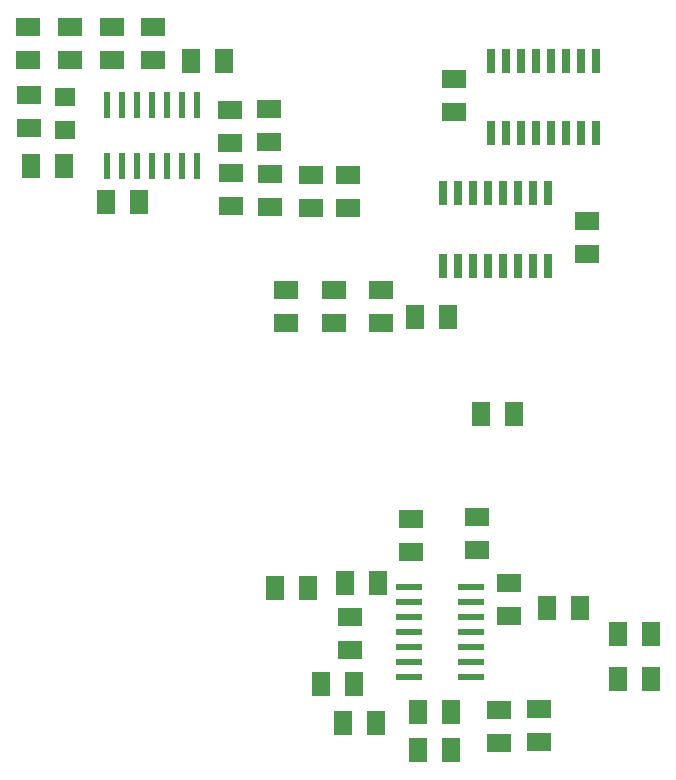
<source format=gbr>
G04 EAGLE Gerber X2 export*
%TF.Part,Single*%
%TF.FileFunction,Paste,Top*%
%TF.FilePolarity,Positive*%
%TF.GenerationSoftware,Autodesk,EAGLE,9.2.2*%
%TF.CreationDate,2019-04-19T13:43:48Z*%
G75*
%MOMM*%
%FSLAX34Y34*%
%LPD*%
%INSolderpaste Top*%
%AMOC8*
5,1,8,0,0,1.08239X$1,22.5*%
G01*
%ADD10R,1.800000X1.600000*%
%ADD11R,0.660400X2.032000*%
%ADD12R,0.600000X2.200000*%
%ADD13R,1.600000X2.000000*%
%ADD14R,2.000000X1.600000*%
%ADD15R,2.200000X0.600000*%


D10*
X146017Y568112D03*
X146017Y596112D03*
D11*
X555501Y514458D03*
X555501Y452990D03*
X542801Y514458D03*
X530101Y514458D03*
X542801Y452990D03*
X530101Y452990D03*
X517401Y514458D03*
X517401Y452990D03*
X504701Y514458D03*
X504701Y452990D03*
X492001Y514458D03*
X479301Y514458D03*
X492001Y452990D03*
X479301Y452990D03*
X466601Y514458D03*
X466601Y452990D03*
X596177Y626312D03*
X596177Y564844D03*
X583477Y626312D03*
X570777Y626312D03*
X583477Y564844D03*
X570777Y564844D03*
X558077Y626312D03*
X558077Y564844D03*
X545377Y626312D03*
X545377Y564844D03*
X532677Y626312D03*
X519977Y626312D03*
X532677Y564844D03*
X519977Y564844D03*
X507277Y626312D03*
X507277Y564844D03*
D12*
X245743Y589132D03*
X245743Y537132D03*
X258443Y589132D03*
X233043Y589132D03*
X220343Y589132D03*
X258443Y537132D03*
X233043Y537132D03*
X220343Y537132D03*
X194943Y589132D03*
X194943Y537132D03*
X207643Y589132D03*
X182243Y589132D03*
X207643Y537132D03*
X182243Y537132D03*
D13*
X498520Y326961D03*
X526520Y326961D03*
D14*
X150363Y654662D03*
X150363Y626662D03*
X185802Y654662D03*
X185802Y626662D03*
X221241Y654662D03*
X221241Y626662D03*
X588083Y462984D03*
X588083Y490984D03*
X115962Y597061D03*
X115962Y569061D03*
X475433Y611165D03*
X475433Y583165D03*
X354428Y501446D03*
X354428Y529446D03*
X318659Y585508D03*
X318659Y557508D03*
X385618Y501930D03*
X385618Y529930D03*
X285999Y584900D03*
X285999Y556900D03*
D13*
X117376Y537194D03*
X145376Y537194D03*
D14*
X320206Y530599D03*
X320206Y502599D03*
X333213Y432097D03*
X333213Y404097D03*
X373745Y432097D03*
X373745Y404097D03*
X414277Y432097D03*
X414277Y404097D03*
D13*
X209339Y506608D03*
X181339Y506608D03*
X252580Y626559D03*
X280580Y626559D03*
D15*
X437683Y168091D03*
X489683Y168091D03*
X437683Y180791D03*
X437683Y155391D03*
X437683Y142691D03*
X489683Y180791D03*
X489683Y155391D03*
X489683Y142691D03*
X437683Y117291D03*
X489683Y117291D03*
X437683Y129991D03*
X437683Y104591D03*
X489683Y129991D03*
X489683Y104591D03*
D14*
X439424Y238310D03*
X439424Y210310D03*
D13*
X470326Y409311D03*
X442326Y409311D03*
X362791Y99135D03*
X390791Y99135D03*
X445048Y43189D03*
X473048Y43189D03*
D14*
X495232Y240481D03*
X495232Y212481D03*
D13*
X554336Y163229D03*
X582336Y163229D03*
D14*
X547217Y77266D03*
X547217Y49266D03*
X521926Y183937D03*
X521926Y155937D03*
X387583Y155475D03*
X387583Y127475D03*
D13*
X383363Y183890D03*
X411363Y183890D03*
D14*
X513718Y48743D03*
X513718Y76743D03*
D13*
X614451Y103014D03*
X642451Y103014D03*
X444910Y75138D03*
X472910Y75138D03*
X409620Y66040D03*
X381620Y66040D03*
X324263Y179802D03*
X352263Y179802D03*
X642300Y141245D03*
X614300Y141245D03*
D14*
X114923Y654662D03*
X114923Y626662D03*
X286623Y503255D03*
X286623Y531255D03*
M02*

</source>
